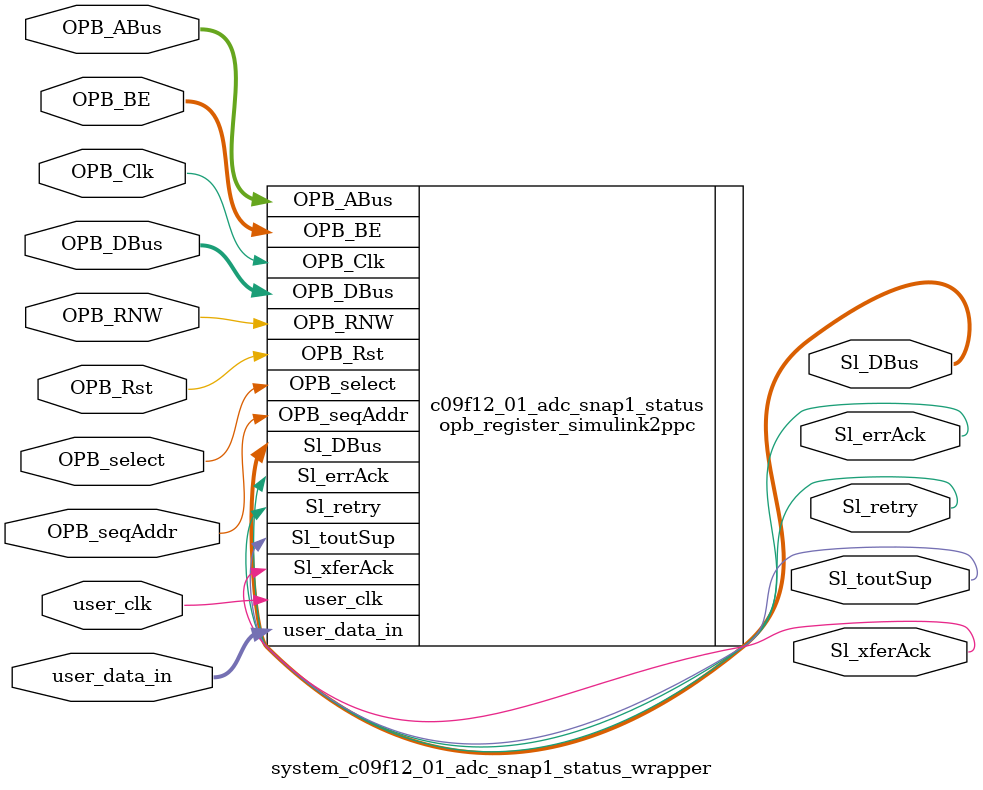
<source format=v>

module system_c09f12_01_adc_snap1_status_wrapper
  (
    OPB_Clk,
    OPB_Rst,
    Sl_DBus,
    Sl_errAck,
    Sl_retry,
    Sl_toutSup,
    Sl_xferAck,
    OPB_ABus,
    OPB_BE,
    OPB_DBus,
    OPB_RNW,
    OPB_select,
    OPB_seqAddr,
    user_data_in,
    user_clk
  );
  input OPB_Clk;
  input OPB_Rst;
  output [0:31] Sl_DBus;
  output Sl_errAck;
  output Sl_retry;
  output Sl_toutSup;
  output Sl_xferAck;
  input [0:31] OPB_ABus;
  input [0:3] OPB_BE;
  input [0:31] OPB_DBus;
  input OPB_RNW;
  input OPB_select;
  input OPB_seqAddr;
  input [31:0] user_data_in;
  input user_clk;

  opb_register_simulink2ppc
    #(
      .C_BASEADDR ( 32'h01004100 ),
      .C_HIGHADDR ( 32'h010041FF ),
      .C_OPB_AWIDTH ( 32 ),
      .C_OPB_DWIDTH ( 32 ),
      .C_FAMILY ( "virtex5" )
    )
    c09f12_01_adc_snap1_status (
      .OPB_Clk ( OPB_Clk ),
      .OPB_Rst ( OPB_Rst ),
      .Sl_DBus ( Sl_DBus ),
      .Sl_errAck ( Sl_errAck ),
      .Sl_retry ( Sl_retry ),
      .Sl_toutSup ( Sl_toutSup ),
      .Sl_xferAck ( Sl_xferAck ),
      .OPB_ABus ( OPB_ABus ),
      .OPB_BE ( OPB_BE ),
      .OPB_DBus ( OPB_DBus ),
      .OPB_RNW ( OPB_RNW ),
      .OPB_select ( OPB_select ),
      .OPB_seqAddr ( OPB_seqAddr ),
      .user_data_in ( user_data_in ),
      .user_clk ( user_clk )
    );

endmodule


</source>
